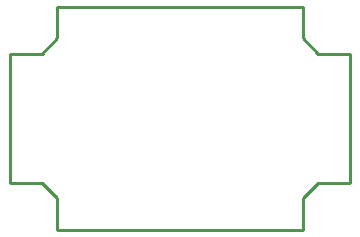
<source format=gko>
G04 Layer_Color=16711935*
%FSTAX24Y24*%
%MOIN*%
G70*
G01*
G75*
%ADD17C,0.0100*%
D17*
X036796Y029575D02*
Y033866D01*
X03837Y028D02*
X046559D01*
X03837D02*
Y029063D01*
X037859Y029575D02*
X03837Y029063D01*
X046559Y028D02*
Y029063D01*
X036796Y029575D02*
X037859D01*
X046559Y029063D02*
X047071Y029575D01*
X048134D01*
Y033866D01*
X047071D02*
X048134D01*
X046559Y034378D02*
X047071Y033866D01*
X046559Y034378D02*
Y035441D01*
X03837D02*
X046559D01*
X03837Y034378D02*
Y035441D01*
X037859Y033866D02*
X03837Y034378D01*
X036796Y033866D02*
X037859D01*
M02*

</source>
